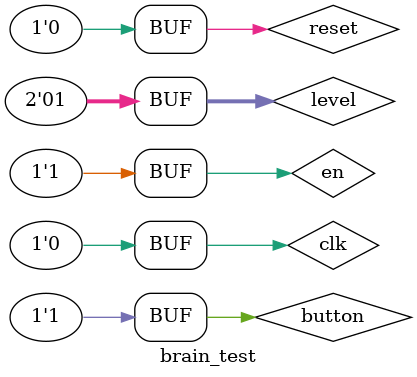
<source format=sv>
`timescale 1ns / 1ps


module brain_test();
    logic clk;
    logic reset;
    logic en;
    logic button;
    logic [1:0] level;
    logic [8:0] seq1;
    logic [15:0] seq2;
    logic [24:0] seq3; 
    logic answer;
    logic [7:0] o_combo;
    logic [11:0] o_score;
    logic [1:0] o_life;
    
                      
    game_brain brain (clk, reset, en, button, level, 
                      seq1, seq2, seq3, answer, o_combo, o_score, o_life);
    
    always
       begin 
       clk = 1; #5; 
       clk = 0; #5;
       end
            
    initial begin
    reset = 1; en = 1; button = 1; level = 2'b01; #10; 
    reset = 0; #10; 

    //level = 2'b10; #10; 
    end  
endmodule
</source>
